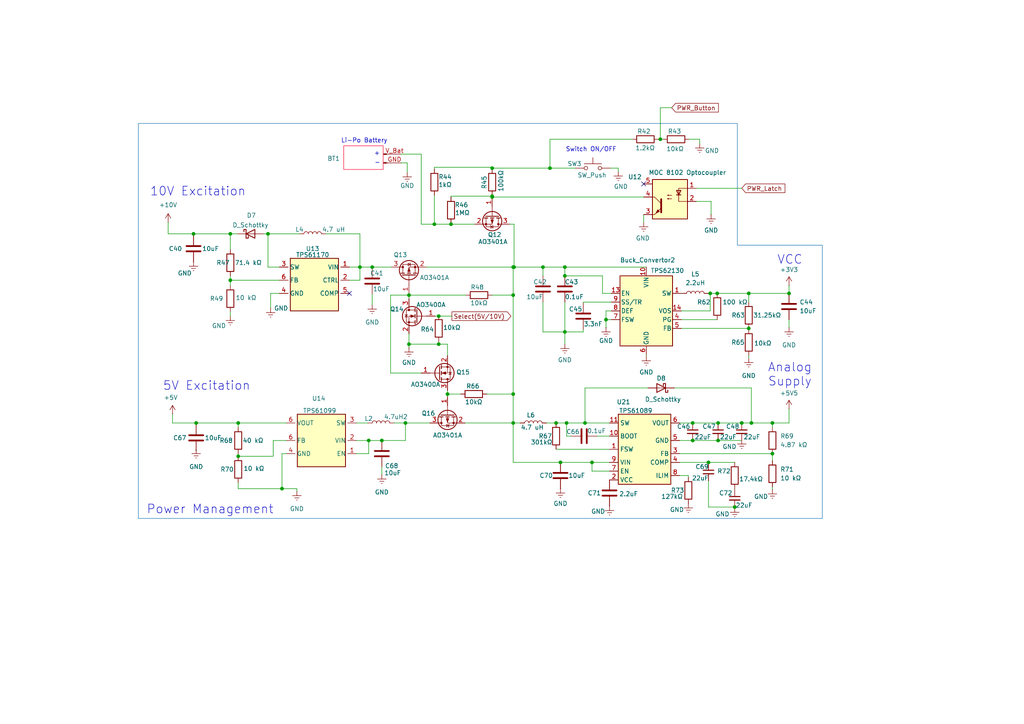
<source format=kicad_sch>
(kicad_sch (version 20250114) (generator "eeschema") (generator_version "9.0")
  (paper "A4")
  (lib_symbols
    (symbol "Connector:Conn_01x02_Pin" (pin_names (offset 1.016) (hide yes))
      (property "Reference" "Connector" (at 0.635 5.588 0))
      (property "Value" "BT1" (at 0.635 3.048 0))
      (symbol "Conn_01x02_Pin_1_1"
        (rectangle (start 0.8636 0.127) (end 0 -0.127) (stroke (width 0.1524)) (fill (type outline)))
        (rectangle (start 0.8636 -2.413) (end 0 -2.667) (stroke (width 0.1524)) (fill (type outline)))
        (polyline (pts (xy 1.27 0) (xy 0.8636 0)) (stroke (width 0.1524)))
        (polyline (pts (xy 1.27 -2.54) (xy 0.8636 -2.54)) (stroke (width 0.1524)))
        (pin passive line (at 5.08 0 180) (length 3.81) (name "Pin_1") (number "V_Bat"))
        (pin passive line (at 5.08 -2.54 180) (length 3.81) (name "Pin_2") (number "GND"))
      )
    )
    (symbol "Device:C" (pin_numbers (hide yes)) (pin_names (offset 0.254))
      (property "Reference" "C" (at 0.635 2.54 0))
      (property "Value" "C" (at 0.635 -2.54 0))
      (symbol "C_0_1"
        (polyline (pts (xy -2.032 0.762) (xy 2.032 0.762)) (stroke (width 0.508)))
        (polyline (pts (xy -2.032 -0.762) (xy 2.032 -0.762)) (stroke (width 0.508)))
      )
      (symbol "C_1_1"
        (pin passive line (at 0 3.81 270) (length 2.794) (name "~") (number "1"))
        (pin passive line (at 0 -3.81 90) (length 2.794) (name "~") (number "2"))
      )
    )
    (symbol "Device:C_Small" (pin_numbers (hide yes)) (pin_names (offset 0.254) (hide yes))
      (property "Reference" "C" (at 0.254 1.778 0))
      (property "Value" "C_Small" (at 0.254 -2.032 0))
      (symbol "C_Small_0_1"
        (polyline (pts (xy -1.524 0.508) (xy 1.524 0.508)) (stroke (width 0.3048)))
        (polyline (pts (xy -1.524 -0.508) (xy 1.524 -0.508)) (stroke (width 0.3302)))
      )
      (symbol "C_Small_1_1"
        (pin passive line (at 0 2.54 270) (length 2.032) (name "~") (number "1"))
        (pin passive line (at 0 -2.54 90) (length 2.032) (name "~") (number "2"))
      )
    )
    (symbol "Device:D_Schottky" (pin_numbers (hide yes)) (pin_names (offset 1.016) (hide yes))
      (property "Reference" "D" (at 0 2.54 0))
      (property "Value" "D_Schottky" (at 0 -2.54 0))
      (symbol "D_Schottky_0_1"
        (polyline (pts (xy -1.905 0.635) (xy -1.905 1.27) (xy -1.27 1.27) (xy -1.27 -1.27) (xy -0.635 -1.27) (xy -0.635 -0.635)) (stroke (width 0.254)))
        (polyline (pts (xy 1.27 1.27) (xy 1.27 -1.27) (xy -1.27 0) (xy 1.27 1.27)) (stroke (width 0.254)))
        (polyline (pts (xy 1.27 0) (xy -1.27 0)))
      )
      (symbol "D_Schottky_1_1"
        (pin passive line (at -3.81 0 0) (length 2.54) (name "K") (number "1"))
        (pin passive line (at 3.81 0 180) (length 2.54) (name "A") (number "2"))
      )
    )
    (symbol "Device:L" (pin_numbers (hide yes)) (pin_names (offset 1.016) (hide yes))
      (property "Reference" "L" (at -1.27 0 90))
      (property "Value" "L" (at 1.905 0 90))
      (symbol "L_0_1"
        (arc (start 0 2.54) (mid 0.6323 1.905) (end 0 1.27))
        (arc (start 0 1.27) (mid 0.6323 0.635) (end 0 0))
        (arc (start 0 0) (mid 0.6323 -0.635) (end 0 -1.27))
        (arc (start 0 -1.27) (mid 0.6323 -1.905) (end 0 -2.54))
      )
      (symbol "L_1_1"
        (pin passive line (at 0 3.81 270) (length 1.27) (name "1") (number "1"))
        (pin passive line (at 0 -3.81 90) (length 1.27) (name "2") (number "2"))
      )
    )
    (symbol "Device:R" (pin_numbers (hide yes)) (pin_names (offset 0))
      (property "Reference" "R" (at 2.032 0 90))
      (property "Value" "R" (at 0 0 90))
      (symbol "R_0_1"
        (rectangle (start -1.016 -2.54) (end 1.016 2.54) (stroke (width 0.254)))
      )
      (symbol "R_1_1"
        (pin passive line (at 0 3.81 270) (length 1.27) (name "~") (number "1"))
        (pin passive line (at 0 -3.81 90) (length 1.27) (name "~") (number "2"))
      )
    )
    (symbol "Driver_LED:TPS61165DBV"
      (property "Reference" "U1" (at 0 12.446 0))
      (property "Value" "TPS61170" (at 0 9.906 0))
      (symbol "TPS61165DBV_1_1"
        (rectangle (start -6.985 7.62) (end 6.985 -7.62) (stroke (width 0.254)) (fill (type background)))
        (pin power_in line (at -10.16 5.08 0) (length 2.54) (name "VIN") (number "1"))
        (pin input line (at -10.16 1.27 0) (length 2.54) (name "CTRL") (number "2"))
        (pin output line (at -10.16 -2.54 0) (length 2.54) (name "COMP") (number "5"))
        (pin power_out line (at 10.16 5.08 180) (length 2.54) (name "SW") (number "3"))
        (pin input line (at 10.16 1.27 180) (length 2.54) (name "FB") (number "6"))
        (pin power_in line (at 10.16 -2.54 180) (length 2.54) (name "GND") (number "4"))
      )
    )
    (symbol "Isolator:Optocoupler_DC_PhotoNPN_AKEC"
      (property "Reference" "U1" (at 0 9.144 0))
      (property "Value" "Optocoupler_DC_PhotoNPN_AKEC" (at 0 6.604 0))
      (symbol "Optocoupler_DC_PhotoNPN_AKEC_0_1"
        (rectangle (start -5.08 5.08) (end 5.08 -6.35) (stroke (width 0.254)) (fill (type background)))
        (polyline (pts (xy -5.08 2.54) (xy -2.54 2.54) (xy -2.54 -1.27) (xy -2.54 0.635)))
        (polyline (pts (xy -3.175 0.635) (xy -1.905 0.635)) (stroke (width 0.254)))
        (polyline (pts (xy -2.54 0.635) (xy -2.54 -1.27) (xy -5.08 -1.27)))
        (polyline (pts (xy -2.54 0.635) (xy -3.175 1.905) (xy -1.905 1.905) (xy -2.54 0.635)) (stroke (width 0.254)))
        (polyline (pts (xy -0.508 0.508) (xy 0.762 0.508) (xy 0.381 0.381) (xy 0.381 0.635) (xy 0.762 0.508)))
        (polyline (pts (xy -0.508 -0.508) (xy 0.762 -0.508) (xy 0.381 -0.635) (xy 0.381 -0.381) (xy 0.762 -0.508)))
        (polyline (pts (xy 2.54 -0.635) (xy 2.54 -4.445)) (stroke (width 0.508)))
        (polyline (pts (xy 2.54 -1.905) (xy 4.445 0)))
        (polyline (pts (xy 3.048 -4.191) (xy 3.556 -3.683) (xy 4.064 -4.699) (xy 3.048 -4.191)) (fill (type outline)))
        (polyline (pts (xy 4.445 0) (xy 5.08 0)))
        (polyline (pts (xy 4.445 -5.08) (xy 2.54 -3.175)) (fill (type outline)))
        (polyline (pts (xy 4.445 -5.08) (xy 5.08 -5.08)))
      )
      (symbol "Optocoupler_DC_PhotoNPN_AKEC_1_1"
        (pin passive line (at -7.62 2.54 0) (length 2.54) (name "~") (number "1"))
        (pin passive line (at -7.62 -1.27 0) (length 2.54) (name "~") (number "2"))
        (pin passive line (at 7.62 3.81 180) (length 2.54) (name "~") (number "5"))
        (pin passive line (at 7.62 0 180) (length 2.54) (name "~") (number "4"))
        (pin passive line (at 7.62 -5.08 180) (length 2.54) (name "~") (number "3"))
      )
    )
    (symbol "Regulator_Switching:TPS61089"
      (property "Reference" "U12" (at -6.096 13.716 0))
      (property "Value" "TPS61089" (at -2.54 11.176 0))
      (symbol "TPS61089_0_1"
        (rectangle (start -7.62 10.16) (end 7.62 -10.16) (stroke (width 0.254)) (fill (type background)))
      )
      (symbol "TPS61089_1_1"
        (pin input line (at -10.16 7.62 0) (length 2.54) (name "SW") (number "11"))
        (pin passive line (at -10.16 3.81 0) (length 2.54) (name "BOOT") (number "10"))
        (pin passive line (at -10.16 0 0) (length 2.54) (name "FSW") (number "1"))
        (pin power_in line (at -10.16 -3.81 0) (length 2.54) (name "VIN") (number "9"))
        (pin input line (at -10.16 -6.35 0) (length 2.54) (name "EN") (number "7"))
        (pin passive line (at -10.16 -8.89 0) (length 2.54) (name "VCC") (number "2"))
        (pin power_out line (at 10.16 7.62 180) (length 2.54) (name "VOUT") (number "6"))
        (pin power_in line (at 10.16 2.54 180) (length 2.54) (name "GND") (number "5"))
        (pin input line (at 10.16 -1.27 180) (length 2.54) (name "FB") (number "3"))
        (pin passive line (at 10.16 -3.81 180) (length 2.54) (name "COMP") (number "4"))
        (pin passive line (at 10.16 -7.62 180) (length 2.54) (name "ILIM") (number "8"))
      )
    )
    (symbol "Regulator_Switching:TPS62130" (pin_names (offset 0.254))
      (property "Reference" "U" (at 3.81 13.97 0))
      (property "Value" "TPS62130" (at 3.81 11.43 0))
      (symbol "TPS62130_0_1"
        (rectangle (start -7.62 10.16) (end 7.62 -10.16) (stroke (width 0.254)) (fill (type background)))
      )
      (symbol "TPS62130_1_1"
        (pin input line (at -10.16 5.08 0) (length 2.54) (name "EN") (number "13"))
        (pin input line (at -10.16 2.54 0) (length 2.54) (name "SS/TR") (number "9"))
        (pin input line (at -10.16 0 0) (length 2.54) (name "DEF") (number "8"))
        (pin input line (at -10.16 -2.54 0) (length 2.54) (name "FSW") (number "7"))
        (pin power_in line (at 0 12.7 270) (length 2.54) (name "VIN") (number "10"))
        (pin passive line (at 0 12.7 270) (length 2.54) (hide yes) (name "VIN") (number "11"))
        (pin passive line (at 0 12.7 270) (length 2.54) (hide yes) (name "VIN") (number "12"))
        (pin passive line (at 0 -12.7 90) (length 2.54) (hide yes) (name "GND") (number "15"))
        (pin passive line (at 0 -12.7 90) (length 2.54) (hide yes) (name "GND") (number "16"))
        (pin passive line (at 0 -12.7 90) (length 2.54) (hide yes) (name "GND") (number "17"))
        (pin power_in line (at 0 -12.7 90) (length 2.54) (name "GND") (number "6"))
        (pin output line (at 10.16 5.08 180) (length 2.54) (name "SW") (number "1"))
        (pin passive line (at 10.16 5.08 180) (length 2.54) (hide yes) (name "SW") (number "2"))
        (pin passive line (at 10.16 5.08 180) (length 2.54) (hide yes) (name "SW") (number "3"))
        (pin input line (at 10.16 0 180) (length 2.54) (name "VOS") (number "14"))
        (pin open_collector line (at 10.16 -2.54 180) (length 2.54) (name "PG") (number "4"))
        (pin input line (at 10.16 -5.08 180) (length 2.54) (name "FB") (number "5"))
      )
    )
    (symbol "Switch:SW_Push" (pin_numbers (hide yes)) (pin_names (offset 1.016) (hide yes))
      (property "Reference" "SW" (at 1.27 2.54 0))
      (property "Value" "SW_Push" (at 0 -1.524 0))
      (symbol "SW_Push_0_1"
        (circle (center -2.032 0) (radius 0.508))
        (polyline (pts (xy 0 1.27) (xy 0 3.048)))
        (circle (center 2.032 0) (radius 0.508))
        (polyline (pts (xy 2.54 1.27) (xy -2.54 1.27)))
        (pin passive line (at -5.08 0 0) (length 2.54) (name "1") (number "1"))
        (pin passive line (at 5.08 0 180) (length 2.54) (name "2") (number "2"))
      )
    )
    (symbol "TPS61165DBV_1"
      (property "Reference" "U3" (at 0.508 10.414 0))
      (property "Value" "TPS61099" (at 0.508 8.636 0))
      (symbol "TPS61165DBV_1_1_1"
        (rectangle (start -6.985 7.62) (end 6.985 -7.62) (stroke (width 0.254)) (fill (type background)))
        (pin power_out line (at -10.16 5.08 0) (length 2.54) (name "SW") (number "3"))
        (pin power_in line (at -10.16 0 0) (length 2.54) (name "VIN") (number "2"))
        (pin input line (at -10.16 -3.81 0) (length 2.54) (name "EN") (number "1"))
        (pin power_out line (at 10.16 5.08 180) (length 2.54) (name "VOUT") (number "6"))
        (pin input line (at 10.16 0 180) (length 2.54) (name "FB") (number "6"))
        (pin power_in line (at 10.16 -3.81 180) (length 2.54) (name "GND") (number "4"))
      )
    )
    (symbol "Transistor_FET:AO3400A" (pin_names (offset 0) (hide yes))
      (property "Reference" "Q" (at 5.08 1.905 0))
      (property "Value" "AO3400A" (at 5.08 0 0))
      (symbol "AO3400A_0_1"
        (polyline (pts (xy 0.254 1.905) (xy 0.254 -1.905)) (stroke (width 0.254)))
        (polyline (pts (xy 0.254 0) (xy -2.54 0)))
        (polyline (pts (xy 0.762 2.286) (xy 0.762 1.27)) (stroke (width 0.254)))
        (polyline (pts (xy 0.762 0.508) (xy 0.762 -0.508)) (stroke (width 0.254)))
        (polyline (pts (xy 0.762 -1.27) (xy 0.762 -2.286)) (stroke (width 0.254)))
        (polyline (pts (xy 0.762 -1.778) (xy 3.302 -1.778) (xy 3.302 1.778) (xy 0.762 1.778)))
        (polyline (pts (xy 1.016 0) (xy 2.032 0.381) (xy 2.032 -0.381) (xy 1.016 0)) (fill (type outline)))
        (circle (center 1.651 0) (radius 2.794) (stroke (width 0.254)))
        (polyline (pts (xy 2.54 2.54) (xy 2.54 1.778)))
        (circle (center 2.54 1.778) (radius 0.254) (fill (type outline)))
        (circle (center 2.54 -1.778) (radius 0.254) (fill (type outline)))
        (polyline (pts (xy 2.54 -2.54) (xy 2.54 0) (xy 0.762 0)))
        (polyline (pts (xy 2.921 0.381) (xy 3.683 0.381)))
        (polyline (pts (xy 3.302 0.381) (xy 2.921 -0.254) (xy 3.683 -0.254) (xy 3.302 0.381)))
      )
      (symbol "AO3400A_1_1"
        (pin input line (at -5.08 0 0) (length 2.54) (name "G") (number "1"))
        (pin passive line (at 2.54 5.08 270) (length 2.54) (name "D") (number "3"))
        (pin passive line (at 2.54 -5.08 90) (length 2.54) (name "S") (number "2"))
      )
    )
    (symbol "Transistor_FET:AO3401A" (pin_names (hide yes))
      (property "Reference" "Q" (at 5.08 1.905 0))
      (property "Value" "AO3401A" (at 5.08 0 0))
      (symbol "AO3401A_0_1"
        (polyline (pts (xy 0.254 1.905) (xy 0.254 -1.905)) (stroke (width 0.254)))
        (polyline (pts (xy 0.254 0) (xy -2.54 0)))
        (polyline (pts (xy 0.762 2.286) (xy 0.762 1.27)) (stroke (width 0.254)))
        (polyline (pts (xy 0.762 1.778) (xy 3.302 1.778) (xy 3.302 -1.778) (xy 0.762 -1.778)))
        (polyline (pts (xy 0.762 0.508) (xy 0.762 -0.508)) (stroke (width 0.254)))
        (polyline (pts (xy 0.762 -1.27) (xy 0.762 -2.286)) (stroke (width 0.254)))
        (circle (center 1.651 0) (radius 2.794) (stroke (width 0.254)))
        (polyline (pts (xy 2.286 0) (xy 1.27 0.381) (xy 1.27 -0.381) (xy 2.286 0)) (fill (type outline)))
        (polyline (pts (xy 2.54 2.54) (xy 2.54 1.778)))
        (circle (center 2.54 1.778) (radius 0.254) (fill (type outline)))
        (circle (center 2.54 -1.778) (radius 0.254) (fill (type outline)))
        (polyline (pts (xy 2.54 -2.54) (xy 2.54 0) (xy 0.762 0)))
        (polyline (pts (xy 2.794 -0.508) (xy 2.921 -0.381) (xy 3.683 -0.381) (xy 3.81 -0.254)))
        (polyline (pts (xy 3.302 -0.381) (xy 2.921 0.254) (xy 3.683 0.254) (xy 3.302 -0.381)))
      )
      (symbol "AO3401A_1_1"
        (pin input line (at -5.08 0 0) (length 2.54) (name "G") (number "1"))
        (pin passive line (at 2.54 5.08 270) (length 2.54) (name "D") (number "3"))
        (pin passive line (at 2.54 -5.08 90) (length 2.54) (name "S") (number "2"))
      )
    )
    (symbol "power:+10V" (power) (pin_numbers (hide yes)) (pin_names (offset 0) (hide yes))
      (property "Value" "+10V" (at 0 3.556 0))
      (symbol "+10V_0_1"
        (polyline (pts (xy -0.762 1.27) (xy 0 2.54)))
        (polyline (pts (xy 0 2.54) (xy 0.762 1.27)))
        (polyline (pts (xy 0 0) (xy 0 2.54)))
      )
      (symbol "+10V_1_1"
        (pin power_in line (at 0 0 90) (length 0) (name "~") (number "1"))
      )
    )
    (symbol "power:+3V3" (power) (pin_numbers (hide yes)) (pin_names (offset 0) (hide yes))
      (property "Value" "+3V3" (at 0 3.556 0))
      (symbol "+3V3_0_1"
        (polyline (pts (xy -0.762 1.27) (xy 0 2.54)))
        (polyline (pts (xy 0 2.54) (xy 0.762 1.27)))
        (polyline (pts (xy 0 0) (xy 0 2.54)))
      )
      (symbol "+3V3_1_1"
        (pin power_in line (at 0 0 90) (length 0) (name "~") (number "1"))
      )
    )
    (symbol "power:+5V" (power) (pin_numbers (hide yes)) (pin_names (offset 0) (hide yes))
      (property "Value" "+5V" (at 0 3.556 0))
      (symbol "+5V_0_1"
        (polyline (pts (xy -0.762 1.27) (xy 0 2.54)))
        (polyline (pts (xy 0 2.54) (xy 0.762 1.27)))
        (polyline (pts (xy 0 0) (xy 0 2.54)))
      )
      (symbol "+5V_1_1"
        (pin power_in line (at 0 0 90) (length 0) (name "~") (number "1"))
      )
    )
    (symbol "power:GNDREF" (power) (pin_numbers (hide yes)) (pin_names (offset 0) (hide yes))
      (property "Value" "GNDREF" (at 0 -3.81 0))
      (symbol "GNDREF_0_1"
        (polyline (pts (xy -0.635 -1.905) (xy 0.635 -1.905)))
        (polyline (pts (xy -0.127 -2.54) (xy 0.127 -2.54)))
        (polyline (pts (xy 0 -1.27) (xy 0 0)))
        (polyline (pts (xy 1.27 -1.27) (xy -1.27 -1.27)))
      )
      (symbol "GNDREF_1_1"
        (pin power_in line (at 0 0 270) (length 0) (name "~") (number "1"))
      )
    )
  )
  (text "-" (at 109.474 47.244 0) (effects (font (size 1.27 1.27))))
  (text "Li-Po Battery\n" (at 105.664 40.894 0) (effects (font (size 1.27 1.27))))
  (text "Analog\nSupply\n" (at 229.108 108.712 0) (effects (font (size 2.54 2.54))))
  (text "VCC\n" (at 229.108 75.438 0) (effects (font (size 2.54 2.54))))
  (text "+" (at 109.347 44.577 0) (effects (font (size 1.27 1.27))))
  (text "Power Management" (at 60.96 147.828 0) (effects (font (size 2.54 2.54))))
  (text "10V Excitation" (at 57.404 55.626 0) (effects (font (size 2.54 2.54))))
  (text "Switch ON/OFF\n" (at 171.45 43.434 0) (effects (font (size 1.27 1.27))))
  (text "5V Excitation\n" (at 59.944 112.014 0) (effects (font (size 2.54 2.54))))
  (text_box "" (at 99.695 49.149 0) (size 11.43 -6.858) (margins 0.9525 0.9525 0.9525 0.9525) (stroke (width 0) (color 255 18 58 1)) (effects (font (size 1.27 1.27)) (justify left top)))
  (junction (at 228.854 85.09))
  (junction (at 129.794 114.3))
  (junction (at 104.394 77.47))
  (junction (at 66.802 81.28))
  (junction (at 205.994 85.09))
  (junction (at 106.934 127.762))
  (junction (at 208.026 85.09))
  (junction (at 217.17 95.25))
  (junction (at 215.138 122.682))
  (junction (at 142.748 57.15))
  (junction (at 169.672 122.682))
  (junction (at 148.844 77.47))
  (junction (at 142.748 48.768))
  (junction (at 125.984 65.024))
  (junction (at 69.088 132.334))
  (junction (at 107.95 77.47))
  (junction (at 56.896 122.682))
  (junction (at 163.83 77.47))
  (junction (at 162.56 134.112))
  (junction (at 81.788 141.732))
  (junction (at 110.744 127.762))
  (junction (at 157.48 77.47))
  (junction (at 69.088 122.682))
  (junction (at 118.618 85.598))
  (junction (at 149.098 77.47))
  (junction (at 66.802 67.818))
  (junction (at 191.516 40.386))
  (junction (at 127.254 99.822))
  (junction (at 117.602 122.682))
  (junction (at 163.83 96.266))
  (junction (at 148.844 114.3))
  (junction (at 127.254 91.694))
  (junction (at 142.748 56.896))
  (junction (at 148.844 85.598))
  (junction (at 175.768 92.71))
  (junction (at 200.914 127.762))
  (junction (at 130.81 65.024))
  (junction (at 205.486 134.112))
  (junction (at 224.028 131.572))
  (junction (at 163.83 80.01))
  (junction (at 224.028 122.682))
  (junction (at 56.134 67.818))
  (junction (at 118.618 99.822))
  (junction (at 148.844 122.682))
  (junction (at 213.106 147.066))
  (junction (at 161.29 122.682))
  (junction (at 208.28 127.762))
  (junction (at 217.932 122.682))
  (junction (at 200.914 122.682))
  (junction (at 159.512 48.768))
  (junction (at 171.704 134.112))
  (junction (at 208.28 122.682))
  (junction (at 164.338 122.682))
  (junction (at 77.724 67.818))
  (junction (at 217.17 85.09))
  (no_connect (at 101.346 85.09))
  (no_connect (at 186.69 53.34))
  (wire (pts (xy 171.704 134.112) (xy 176.784 134.112)))
  (wire (pts (xy 197.612 92.71) (xy 208.026 92.71)))
  (wire (pts (xy 66.802 80.01) (xy 66.802 81.28)))
  (wire (pts (xy 165.608 126.492) (xy 164.338 126.492)))
  (wire (pts (xy 163.83 77.47) (xy 187.452 77.47)))
  (wire (pts (xy 205.486 85.09) (xy 205.994 85.09)))
  (wire (pts (xy 66.802 91.694) (xy 66.802 90.424)))
  (wire (pts (xy 118.618 85.598) (xy 118.618 86.614)))
  (wire (pts (xy 77.724 67.818) (xy 77.724 77.47)))
  (wire (pts (xy 228.854 118.618) (xy 228.854 122.682)))
  (wire (pts (xy 66.802 67.818) (xy 66.802 72.39)))
  (wire (pts (xy 148.844 85.598) (xy 148.844 114.3)))
  (wire (pts (xy 130.81 64.77) (xy 130.81 65.024)))
  (wire (pts (xy 69.088 141.732) (xy 81.788 141.732)))
  (wire (pts (xy 228.854 85.09) (xy 228.854 82.804)))
  (wire (pts (xy 107.95 77.724) (xy 107.95 77.47)))
  (wire (pts (xy 148.844 122.682) (xy 150.876 122.682)))
  (wire (pts (xy 50.038 122.682) (xy 56.896 122.682)))
  (wire (pts (xy 163.83 77.47) (xy 163.83 80.01)))
  (wire (pts (xy 195.58 112.522) (xy 217.932 112.522)))
  (wire (pts (xy 147.828 65.024) (xy 149.098 65.024)))
  (wire (pts (xy 197.104 134.112) (xy 205.486 134.112)))
  (wire (pts (xy 106.934 127.762) (xy 103.378 127.762)))
  (wire (pts (xy 77.724 77.47) (xy 81.026 77.47)))
  (wire (pts (xy 217.17 85.09) (xy 217.17 87.63)))
  (wire (pts (xy 118.618 85.598) (xy 135.128 85.598)))
  (wire (pts (xy 107.95 77.47) (xy 104.394 77.47)))
  (wire (pts (xy 104.394 77.47) (xy 101.346 77.47)))
  (wire (pts (xy 118.11 47.244) (xy 118.11 50.038)))
  (wire (pts (xy 114.3 122.682) (xy 117.602 122.682)))
  (wire (pts (xy 106.934 131.572) (xy 103.378 131.572)))
  (wire (pts (xy 162.56 134.112) (xy 171.704 134.112)))
  (wire (pts (xy 183.388 40.386) (xy 159.512 40.386)))
  (wire (pts (xy 177.292 90.17) (xy 175.768 90.17)))
  (wire (pts (xy 148.844 134.112) (xy 162.56 134.112)))
  (wire (pts (xy 148.844 114.3) (xy 148.844 122.682)))
  (wire (pts (xy 79.248 127.762) (xy 83.058 127.762)))
  (wire (pts (xy 127.254 91.44) (xy 127.254 91.694)))
  (wire (pts (xy 202.946 40.386) (xy 199.898 40.386)))
  (wire (pts (xy 137.668 65.024) (xy 130.81 65.024)))
  (wire (pts (xy 164.338 122.682) (xy 164.338 126.492)))
  (wire (pts (xy 228.854 92.71) (xy 228.854 94.996)))
  (wire (pts (xy 86.106 141.732) (xy 81.788 141.732)))
  (wire (pts (xy 122.174 65.024) (xy 125.984 65.024)))
  (wire (pts (xy 81.026 81.28) (xy 66.802 81.28)))
  (wire (pts (xy 148.844 77.47) (xy 148.844 85.598)))
  (wire (pts (xy 171.704 136.652) (xy 176.784 136.652)))
  (wire (pts (xy 142.748 56.896) (xy 142.748 56.642)))
  (wire (pts (xy 129.794 113.284) (xy 129.794 114.3)))
  (wire (pts (xy 169.672 122.682) (xy 176.784 122.682)))
  (wire (pts (xy 149.098 77.47) (xy 148.844 77.47)))
  (wire (pts (xy 56.896 122.682) (xy 56.896 123.19)))
  (wire (pts (xy 205.486 147.066) (xy 213.106 147.066)))
  (wire (pts (xy 122.174 65.024) (xy 122.174 44.704)))
  (wire (pts (xy 117.602 122.682) (xy 117.602 127.762)))
  (wire (pts (xy 157.48 77.47) (xy 157.48 80.01)))
  (wire (pts (xy 69.088 122.682) (xy 83.058 122.682)))
  (wire (pts (xy 201.93 54.61) (xy 215.138 54.61)))
  (wire (pts (xy 106.934 127.762) (xy 106.934 131.572)))
  (wire (pts (xy 161.29 122.682) (xy 164.338 122.682)))
  (wire (pts (xy 83.058 131.572) (xy 81.788 131.572)))
  (wire (pts (xy 208.28 127.762) (xy 215.138 127.762)))
  (wire (pts (xy 117.602 122.682) (xy 124.714 122.682)))
  (wire (pts (xy 86.106 142.494) (xy 86.106 141.732)))
  (wire (pts (xy 127.254 91.694) (xy 126.238 91.694)))
  (wire (pts (xy 110.744 127.762) (xy 117.602 127.762)))
  (wire (pts (xy 79.248 132.334) (xy 69.088 132.334)))
  (wire (pts (xy 142.748 57.15) (xy 186.69 57.15)))
  (wire (pts (xy 122.174 108.204) (xy 113.284 108.204)))
  (wire (pts (xy 161.29 130.302) (xy 176.784 130.302)))
  (wire (pts (xy 187.96 112.522) (xy 169.672 112.522)))
  (wire (pts (xy 169.164 87.884) (xy 169.164 87.63)))
  (wire (pts (xy 50.038 122.682) (xy 50.038 120.142)))
  (wire (pts (xy 191.008 40.386) (xy 191.516 40.386)))
  (wire (pts (xy 177.292 92.71) (xy 175.768 92.71)))
  (wire (pts (xy 224.028 131.572) (xy 224.028 133.604)))
  (wire (pts (xy 205.486 134.112) (xy 213.106 134.112)))
  (wire (pts (xy 205.994 90.17) (xy 197.612 90.17)))
  (wire (pts (xy 66.802 67.818) (xy 56.134 67.818)))
  (wire (pts (xy 157.48 87.63) (xy 157.48 96.266)))
  (wire (pts (xy 217.17 85.09) (xy 228.854 85.09)))
  (wire (pts (xy 142.748 48.768) (xy 142.748 48.514)))
  (wire (pts (xy 129.794 114.3) (xy 129.794 115.062)))
  (wire (pts (xy 197.104 127.762) (xy 200.914 127.762)))
  (wire (pts (xy 48.768 67.818) (xy 48.768 64.516)))
  (wire (pts (xy 163.83 96.266) (xy 169.164 96.266)))
  (wire (pts (xy 157.48 77.47) (xy 163.83 77.47)))
  (wire (pts (xy 134.874 122.682) (xy 148.844 122.682)))
  (wire (pts (xy 159.512 40.386) (xy 159.512 48.768)))
  (wire (pts (xy 177.292 85.09) (xy 174.752 85.09)))
  (wire (pts (xy 194.818 31.242) (xy 191.516 31.242)))
  (wire (pts (xy 202.946 41.656) (xy 202.946 40.386)))
  (wire (pts (xy 127.254 99.822) (xy 127.254 99.06)))
  (wire (pts (xy 107.95 88.392) (xy 107.95 85.344)))
  (wire (pts (xy 217.932 122.682) (xy 224.028 122.682)))
  (wire (pts (xy 129.794 99.822) (xy 127.254 99.822)))
  (wire (pts (xy 179.324 48.768) (xy 179.324 49.784)))
  (wire (pts (xy 169.672 112.522) (xy 169.672 122.682)))
  (wire (pts (xy 159.512 48.768) (xy 166.878 48.768)))
  (wire (pts (xy 104.394 77.47) (xy 104.394 81.28)))
  (wire (pts (xy 78.486 85.09) (xy 78.486 89.408)))
  (wire (pts (xy 197.104 122.682) (xy 200.914 122.682)))
  (wire (pts (xy 199.644 138.43) (xy 199.644 137.922)))
  (wire (pts (xy 141.224 114.3) (xy 148.844 114.3)))
  (wire (pts (xy 118.618 96.774) (xy 118.618 99.822)))
  (wire (pts (xy 130.81 57.15) (xy 130.81 56.896)))
  (wire (pts (xy 173.228 126.492) (xy 176.784 126.492)))
  (wire (pts (xy 149.098 65.024) (xy 149.098 77.47)))
  (wire (pts (xy 104.394 81.28) (xy 101.346 81.28)))
  (wire (pts (xy 200.914 127.762) (xy 208.28 127.762)))
  (wire (pts (xy 175.768 90.17) (xy 175.768 92.71)))
  (wire (pts (xy 224.028 141.986) (xy 224.028 141.224)))
  (wire (pts (xy 215.138 122.682) (xy 217.932 122.682)))
  (wire (pts (xy 213.106 147.066) (xy 213.106 147.32)))
  (wire (pts (xy 187.452 102.87) (xy 187.452 103.378)))
  (wire (pts (xy 205.486 134.112) (xy 205.486 134.366)))
  (wire (pts (xy 164.338 122.682) (xy 169.672 122.682)))
  (wire (pts (xy 69.088 139.954) (xy 69.088 141.732)))
  (wire (pts (xy 217.17 95.504) (xy 217.17 95.25)))
  (wire (pts (xy 107.95 77.47) (xy 113.538 77.47)))
  (wire (pts (xy 175.768 92.71) (xy 175.768 94.996)))
  (wire (pts (xy 208.026 85.09) (xy 217.17 85.09)))
  (wire (pts (xy 191.516 31.242) (xy 191.516 40.386)))
  (wire (pts (xy 148.844 122.682) (xy 148.844 134.112)))
  (wire (pts (xy 142.748 85.598) (xy 148.844 85.598)))
  (wire (pts (xy 205.994 85.09) (xy 208.026 85.09)))
  (wire (pts (xy 186.69 62.23) (xy 186.69 64.516)))
  (wire (pts (xy 213.106 141.732) (xy 213.106 141.986)))
  (wire (pts (xy 110.744 135.382) (xy 110.744 137.668)))
  (wire (pts (xy 142.748 57.15) (xy 142.748 57.404)))
  (wire (pts (xy 205.486 139.446) (xy 205.486 147.066)))
  (wire (pts (xy 86.868 67.818) (xy 77.724 67.818)))
  (wire (pts (xy 169.164 87.63) (xy 177.292 87.63)))
  (wire (pts (xy 197.612 95.25) (xy 217.17 95.25)))
  (wire (pts (xy 149.098 77.47) (xy 157.48 77.47)))
  (wire (pts (xy 199.644 137.922) (xy 197.104 137.922)))
  (wire (pts (xy 163.83 87.63) (xy 163.83 96.266)))
  (wire (pts (xy 224.028 122.682) (xy 224.028 123.952)))
  (wire (pts (xy 174.752 85.09) (xy 174.752 80.01)))
  (wire (pts (xy 104.394 67.818) (xy 94.488 67.818)))
  (wire (pts (xy 69.088 132.334) (xy 69.088 131.572)))
  (wire (pts (xy 116.332 44.704) (xy 122.174 44.704)))
  (wire (pts (xy 56.134 68.326) (xy 56.134 67.818)))
  (wire (pts (xy 200.914 122.682) (xy 208.28 122.682)))
  (wire (pts (xy 205.994 85.09) (xy 205.994 90.17)))
  (wire (pts (xy 116.332 47.244) (xy 118.11 47.244)))
  (wire (pts (xy 79.248 132.334) (xy 79.248 127.762)))
  (wire (pts (xy 217.932 112.522) (xy 217.932 122.682)))
  (wire (pts (xy 157.48 96.266) (xy 163.83 96.266)))
  (wire (pts (xy 171.704 136.652) (xy 171.704 134.112)))
  (wire (pts (xy 106.68 122.682) (xy 103.378 122.682)))
  (wire (pts (xy 125.984 56.642) (xy 125.984 65.024)))
  (wire (pts (xy 177.038 48.768) (xy 179.324 48.768)))
  (wire (pts (xy 118.618 99.822) (xy 127.254 99.822)))
  (wire (pts (xy 125.984 49.022) (xy 125.984 48.514)))
  (wire (pts (xy 197.104 131.572) (xy 224.028 131.572)))
  (wire (pts (xy 142.748 48.768) (xy 142.748 49.022)))
  (wire (pts (xy 163.83 80.01) (xy 174.752 80.01)))
  (wire (pts (xy 158.496 122.682) (xy 161.29 122.682)))
  (wire (pts (xy 56.896 122.682) (xy 69.088 122.682)))
  (wire (pts (xy 125.984 48.514) (xy 142.748 48.514)))
  (wire (pts (xy 68.834 67.818) (xy 66.802 67.818)))
  (wire (pts (xy 191.516 40.386) (xy 192.278 40.386)))
  (wire (pts (xy 123.698 77.47) (xy 148.844 77.47)))
  (wire (pts (xy 113.284 85.598) (xy 118.618 85.598)))
  (wire (pts (xy 127.254 91.694) (xy 131.064 91.694)))
  (wire (pts (xy 56.134 67.818) (xy 48.768 67.818)))
  (wire (pts (xy 197.612 85.09) (xy 197.866 85.09)))
  (wire (pts (xy 130.81 56.896) (xy 142.748 56.896)))
  (wire (pts (xy 104.394 77.47) (xy 104.394 67.818)))
  (wire (pts (xy 113.284 85.598) (xy 113.284 108.204)))
  (wire (pts (xy 133.604 114.3) (xy 129.794 114.3)))
  (wire (pts (xy 81.026 85.09) (xy 78.486 85.09)))
  (wire (pts (xy 217.17 103.124) (xy 217.17 103.886)))
  (wire (pts (xy 81.788 131.572) (xy 81.788 141.732)))
  (wire (pts (xy 142.748 57.15) (xy 142.748 56.896)))
  (wire (pts (xy 201.93 58.42) (xy 206.248 58.42)))
  (wire (pts (xy 206.248 58.42) (xy 206.248 62.23)))
  (wire (pts (xy 118.618 99.822) (xy 118.618 100.838)))
  (wire (pts (xy 208.28 122.682) (xy 215.138 122.682)))
  (wire (pts (xy 142.748 48.768) (xy 159.512 48.768)))
  (wire (pts (xy 118.618 85.598) (xy 118.618 85.09)))
  (wire (pts (xy 129.794 99.822) (xy 129.794 103.124)))
  (wire (pts (xy 125.984 65.024) (xy 130.81 65.024)))
  (wire (pts (xy 66.802 81.28) (xy 66.802 82.804)))
  (wire (pts (xy 163.83 96.266) (xy 163.83 99.822)))
  (wire (pts (xy 169.164 95.504) (xy 169.164 96.266)))
  (wire (pts (xy 110.744 127.762) (xy 106.934 127.762)))
  (wire (pts (xy 77.724 67.818) (xy 76.454 67.818)))
  (wire (pts (xy 56.896 130.302) (xy 56.896 130.81)))
  (wire (pts (xy 228.854 122.682) (xy 224.028 122.682)))
  (wire (pts (xy 69.088 122.682) (xy 69.088 123.952)))
  (global_label "Select(5V{slash}10V)" (shape output) (at 131.064 91.694 0) (property "Intersheetrefs" "${INTERSHEET_REFS}" (effects (hide yes))))
  (global_label "PWR_Latch" (shape input) (at 215.138 54.61 0) (property "Intersheetrefs" "${INTERSHEET_REFS}" (effects (hide yes))))
  (global_label "PWR_Button" (shape input) (at 194.818 31.242 0) (property "Intersheetrefs" "${INTERSHEET_REFS}" (effects (hide yes))))
  (rule_area (polyline (pts (xy 238.506 150.368) (xy 238.506 71.12) (xy 213.868 71.12) (xy 213.868 35.814) (xy 40.132 35.814) (xy 40.132 150.368)) (stroke (width 0) (color 33 122 182 1))))
  (symbol (lib_id "Device:C_Small") (at 213.106 144.526 0) (unit 1)
    (property "Reference" "C72" (at 208.534 143.002 0) (effects (justify left)))
    (property "Value" "22uF" (at 213.36 146.558 0) (effects (justify left)))
    (property "Description" "Unpolarized capacitor, small symbol" (effects (hide yes)))
  )
  (symbol (lib_id "Device:R") (at 130.81 60.96 0) (mirror x) (unit 1)
    (property "Reference" "R46" (at 133.858 59.436 0))
    (property "Value" "1MΩ" (at 134.112 61.722 0))
    (property "Description" "Resistor" (effects (hide yes)))
  )
  (symbol (lib_id "power:GNDREF") (at 175.768 94.996 0) (unit 1)
    (property "Reference" "#PWR0112" (effects (hide yes)))
    (property "Value" "GND" (at 175.768 98.806 0))
    (property "Description" "Power symbol creates a global label with name \"GNDREF\" , reference supply ground" (effects (hide yes)))
  )
  (symbol (lib_id "power:GNDREF") (at 202.946 41.656 0) (unit 1)
    (property "Reference" "#PWR0101" (effects (hide yes)))
    (property "Value" "GND" (at 206.502 43.688 0))
    (property "Description" "Power symbol creates a global label with name \"GNDREF\" , reference supply ground" (effects (hide yes)))
  )
  (symbol (lib_id "Device:C_Small") (at 215.138 125.222 0) (unit 1)
    (property "Reference" "C48" (at 210.566 123.698 0) (effects (justify left)))
    (property "Value" "22uF" (at 215.646 126.746 0) (effects (justify left)))
    (property "Description" "Unpolarized capacitor, small symbol" (effects (hide yes)))
  )
  (symbol (lib_id "power:GNDREF") (at 118.618 100.838 0) (mirror y) (unit 1)
    (property "Reference" "#PWR0115" (effects (hide yes)))
    (property "Value" "GND" (at 118.618 105.156 0))
    (property "Description" "Power symbol creates a global label with name \"GNDREF\" , reference supply ground" (effects (hide yes)))
  )
  (symbol (lib_id "Transistor_FET:AO3400A") (at 127.254 108.204 0) (mirror x) (unit 1)
    (property "Reference" "Q15" (at 132.334 107.95 0) (effects (justify left)))
    (property "Value" "AO3400A" (at 119.126 111.506 0) (effects (justify left)))
    (property "Footprint" "Package_TO_SOT_SMD:SOT-23" (effects (hide yes)))
    (property "Datasheet" "http://www.aosmd.com/pdfs/datasheet/AO3400A.pdf" (effects (hide yes)))
    (property "Description" "30V Vds, 5.7A Id, Logic-Level N-Channel MOSFET, SOT-23" (effects (hide yes)))
  )
  (symbol (lib_id "Device:C_Small") (at 208.28 125.222 0) (unit 1)
    (property "Reference" "C47" (at 203.708 123.698 0) (effects (justify left)))
    (property "Value" "22uF" (at 208.788 126.746 0) (effects (justify left)))
    (property "Description" "Unpolarized capacitor, small symbol" (effects (hide yes)))
  )
  (symbol (lib_id "power:GNDREF") (at 56.896 130.302 0) (mirror y) (unit 1)
    (property "Reference" "#PWR0121" (effects (hide yes)))
    (property "Value" "GND" (at 56.896 135.382 0))
    (property "Description" "Power symbol creates a global label with name \"GNDREF\" , reference supply ground" (effects (hide yes)))
  )
  (symbol (lib_id "Device:R") (at 213.106 137.922 0) (unit 1)
    (property "Reference" "R72" (at 208.026 136.652 0) (effects (justify left)))
    (property "Value" "17.4kΩ" (at 214.376 138.938 0) (effects (justify left)))
    (property "Description" "Resistor" (effects (hide yes)))
  )
  (symbol (lib_id "power:GNDREF") (at 56.134 75.946 0) (mirror y) (unit 1)
    (property "Reference" "#PWR0107" (effects (hide yes)))
    (property "Value" "GND" (at 53.594 79.248 0))
    (property "Description" "Power symbol creates a global label with name \"GNDREF\" , reference supply ground" (effects (hide yes)))
  )
  (symbol (lib_id "Device:L") (at 201.676 85.09 90) (unit 1)
    (property "Reference" "L5" (at 201.676 79.502 90))
    (property "Value" "2.2uH" (at 201.676 82.042 90))
    (property "Description" "Inductor" (effects (hide yes)))
  )
  (symbol (lib_id "Device:R") (at 69.088 136.144 0) (mirror y) (unit 1)
    (property "Reference" "R70" (at 67.818 136.144 0) (effects (justify left)))
    (property "Value" "10 kΩ" (at 76.708 135.89 0) (effects (justify left)))
    (property "Description" "Resistor" (effects (hide yes)))
  )
  (symbol (lib_id "Transistor_FET:AO3400A") (at 121.158 91.694 0) (mirror y) (unit 1)
    (property "Reference" "Q14" (at 117.094 89.662 0) (effects (justify left)))
    (property "Value" "AO3400A" (at 129.286 88.392 0) (effects (justify left)))
    (property "Footprint" "Package_TO_SOT_SMD:SOT-23" (effects (hide yes)))
    (property "Datasheet" "http://www.aosmd.com/pdfs/datasheet/AO3400A.pdf" (effects (hide yes)))
    (property "Description" "30V Vds, 5.7A Id, Logic-Level N-Channel MOSFET, SOT-23" (effects (hide yes)))
  )
  (symbol (lib_id "Device:R") (at 127.254 95.25 0) (unit 1)
    (property "Reference" "R64" (at 123.952 95.504 0))
    (property "Value" "10kΩ" (at 131.064 94.996 0))
    (property "Description" "Resistor" (effects (hide yes)))
  )
  (symbol (lib_id "power:GNDREF") (at 110.744 137.668 0) (mirror y) (unit 1)
    (property "Reference" "#PWR0122" (effects (hide yes)))
    (property "Value" "GND" (at 110.744 142.748 0))
    (property "Description" "Power symbol creates a global label with name \"GNDREF\" , reference supply ground" (effects (hide yes)))
  )
  (symbol (lib_id "Transistor_FET:AO3401A") (at 118.618 80.01 90) (unit 1)
    (property "Reference" "Q13" (at 118.11 73.914 90) (effects (justify left)))
    (property "Value" "AO3401A" (at 130.302 80.518 90) (effects (justify left)))
    (property "Footprint" "Package_TO_SOT_SMD:SOT-23" (effects (hide yes)))
    (property "Datasheet" "http://www.aosmd.com/pdfs/datasheet/AO3401A.pdf" (effects (hide yes)))
    (property "Description" "-4.0A Id, -30V Vds, P-Channel MOSFET, SOT-23" (effects (hide yes)))
  )
  (symbol (lib_id "Device:R") (at 125.984 52.832 0) (mirror x) (unit 1)
    (property "Reference" "R44" (at 131.064 51.308 0) (effects (justify right)))
    (property "Value" "1kΩ" (at 131.064 53.594 0) (effects (justify right)))
    (property "Description" "Resistor" (effects (hide yes)))
  )
  (symbol (lib_id "Device:C") (at 56.134 72.136 0) (mirror y) (unit 1)
    (property "Reference" "C40" (at 52.832 72.136 0) (effects (justify left)))
    (property "Value" "10uF" (at 63.5 72.136 0) (effects (justify left)))
    (property "Description" "Unpolarized capacitor" (effects (hide yes)))
  )
  (symbol (lib_id "Device:C") (at 107.95 81.534 0) (mirror y) (unit 1)
    (property "Reference" "C41" (at 111.252 79.248 0) (effects (justify left)))
    (property "Value" "10uF" (at 113.03 83.82 0) (effects (justify left)))
    (property "Description" "Unpolarized capacitor" (effects (hide yes)))
  )
  (symbol (lib_id "Device:R") (at 208.026 88.9 0) (unit 1)
    (property "Reference" "R62" (at 202.184 87.63 0) (effects (justify left)))
    (property "Value" "100 kΩ" (at 209.55 87.63 0) (effects (justify left)))
    (property "Description" "Resistor" (effects (hide yes)))
  )
  (symbol (lib_id "Device:R") (at 196.088 40.386 90) (unit 1)
    (property "Reference" "R43" (at 197.612 38.1 90) (effects (justify left)))
    (property "Value" "10kΩ" (at 198.374 43.18 90) (effects (justify left)))
    (property "Description" "Resistor" (effects (hide yes)))
  )
  (symbol (lib_id "Device:L") (at 90.678 67.818 90) (unit 1)
    (property "Reference" "L4" (at 86.868 66.548 90))
    (property "Value" "4.7 uH" (at 96.774 66.548 90))
    (property "Description" "Inductor" (effects (hide yes)))
  )
  (symbol (lib_id "Device:C") (at 169.164 91.694 180) (unit 1)
    (property "Reference" "C45" (at 168.91 89.662 0) (effects (justify left)))
    (property "Value" "3.3nF" (at 174.752 93.98 0) (effects (justify left)))
    (property "Description" "Unpolarized capacitor" (effects (hide yes)))
  )
  (symbol (lib_id "power:GNDREF") (at 118.11 50.038 0) (unit 1)
    (property "Reference" "#PWR0103" (effects (hide yes)))
    (property "Value" "GND" (at 118.11 53.848 0))
    (property "Description" "Power symbol creates a global label with name \"GNDREF\" , reference supply ground" (effects (hide yes)))
  )
  (symbol (lib_id "Device:R") (at 217.17 99.314 0) (unit 1)
    (property "Reference" "R65" (at 212.09 99.314 0) (effects (justify left)))
    (property "Value" "10kΩ" (at 218.694 99.568 0) (effects (justify left)))
    (property "Description" "Resistor" (effects (hide yes)))
  )
  (symbol (lib_id "power:GNDREF") (at 107.95 88.392 0) (mirror y) (unit 1)
    (property "Reference" "#PWR0109" (effects (hide yes)))
    (property "Value" "GND" (at 107.95 93.472 0))
    (property "Description" "Power symbol creates a global label with name \"GNDREF\" , reference supply ground" (effects (hide yes)))
  )
  (symbol (lib_id "Isolator:Optocoupler_DC_PhotoNPN_AKEC") (at 194.31 57.15 0) (mirror y) (unit 1)
    (property "Reference" "U12" (at 184.15 51.308 0))
    (property "Value" "MOC 8102 Optocoupler" (at 199.39 50.038 0))
    (property "Description" "Generic DC optocoupler with NPN phototransistor output, pins order: anode/cathode/emitter/collector" (effects (hide yes)))
  )
  (symbol (lib_id "power:GNDREF") (at 163.83 99.822 0) (unit 1)
    (property "Reference" "#PWR0114" (effects (hide yes)))
    (property "Value" "GND" (at 163.83 104.394 0))
    (property "Description" "Power symbol creates a global label with name \"GNDREF\" , reference supply ground" (effects (hide yes)))
  )
  (symbol (lib_id "Device:R") (at 66.802 76.2 0) (mirror y) (unit 1)
    (property "Reference" "R47" (at 62.738 76.2 0) (effects (justify right)))
    (property "Value" "71.4 kΩ" (at 68.072 76.2 0) (effects (justify right)))
    (property "Description" "Resistor" (effects (hide yes)))
  )
  (symbol (lib_id "power:+10V") (at 48.768 64.516 0) (mirror y) (unit 1)
    (property "Reference" "#PWR0105" (effects (hide yes)))
    (property "Value" "+10V" (at 48.768 59.436 0))
    (property "Description" "Power symbol creates a global label with name \"+10V\"" (effects (hide yes)))
  )
  (symbol (lib_id "power:GNDREF") (at 66.802 91.694 0) (mirror y) (unit 1)
    (property "Reference" "#PWR0111" (effects (hide yes)))
    (property "Value" "GND" (at 63.5 94.488 0))
    (property "Description" "Power symbol creates a global label with name \"GNDREF\" , reference supply ground" (effects (hide yes)))
  )
  (symbol (lib_id "Device:C") (at 56.896 127 0) (mirror y) (unit 1)
    (property "Reference" "C67" (at 54.102 127 0) (effects (justify left)))
    (property "Value" "10uF" (at 64.262 127 0) (effects (justify left)))
    (property "Description" "Unpolarized capacitor" (effects (hide yes)))
  )
  (symbol (lib_id "power:GNDREF") (at 199.644 146.05 0) (unit 1)
    (property "Reference" "#PWR0176" (effects (hide yes)))
    (property "Value" "GND" (at 196.342 147.828 0))
    (property "Description" "Power symbol creates a global label with name \"GNDREF\" , reference supply ground" (effects (hide yes)))
  )
  (symbol (lib_id "power:GNDREF") (at 186.69 64.516 0) (mirror y) (unit 1)
    (property "Reference" "#PWR0106" (effects (hide yes)))
    (property "Value" "GND" (at 186.436 69.088 0))
    (property "Description" "Power symbol creates a global label with name \"GNDREF\" , reference supply ground" (effects (hide yes)))
  )
  (symbol (lib_name "TPS61165DBV_1") (lib_id "Driver_LED:TPS61165DBV") (at 93.218 127.762 0) (mirror y) (unit 1)
    (property "Reference" "U14" (at 92.456 115.57 0))
    (property "Value" "TPS61099" (at 92.71 119.126 0))
    (property "Footprint" "Package_TO_SOT_SMD:SOT-23-6" (effects (hide yes)))
    (property "Datasheet" "https://www.ti.com/lit/ds/symlink/tps61165.pdf" (effects (hide yes)))
    (property "Description" "High-Brightness, White LED Driver, 3V to 18V input voltage range, internal switch, constant current, up to 38V/1.2A output, SOT-23-6" (effects (hide yes)))
  )
  (symbol (lib_id "Device:R") (at 224.028 137.414 0) (unit 1)
    (property "Reference" "R71" (at 226.314 136.1439 0) (effects (justify left)))
    (property "Value" "10 kΩ" (at 226.314 138.6839 0) (effects (justify left)))
    (property "Description" "Resistor" (effects (hide yes)))
  )
  (symbol (lib_id "power:GNDREF") (at 206.248 62.23 0) (mirror y) (unit 1)
    (property "Reference" "#PWR0104" (effects (hide yes)))
    (property "Value" "GND" (at 206.248 66.802 0))
    (property "Description" "Power symbol creates a global label with name \"GNDREF\" , reference supply ground" (effects (hide yes)))
  )
  (symbol (lib_id "Regulator_Switching:TPS61089") (at 186.944 130.302 0) (unit 1)
    (property "Reference" "U21" (at 180.848 116.586 0))
    (property "Value" "TPS61089" (at 184.404 119.126 0))
    (property "Footprint" "Package_DFN_QFN:Texas_VQFN-RNR0011A-11" (effects (hide yes)))
    (property "Datasheet" "http://www.ti.com/lit/ds/symlink/tps61089.pdf" (effects (hide yes)))
    (property "Description" "7A Boost Converters, Adjustable output voltage (PFM), input 2.7 to 12V , output 4.5 to 12.6V, VQFN-11" (effects (hide yes)))
  )
  (symbol (lib_id "Device:D_Schottky") (at 72.644 67.818 0) (unit 1)
    (property "Reference" "D7" (at 72.898 62.484 0))
    (property "Value" "D_Schottky" (at 72.644 65.278 0))
    (property "Description" "Schottky diode" (effects (hide yes)))
  )
  (symbol (lib_id "power:GNDREF") (at 224.028 141.986 0) (unit 1)
    (property "Reference" "#PWR0174" (effects (hide yes)))
    (property "Value" "GND" (at 220.726 144.018 0))
    (property "Description" "Power symbol creates a global label with name \"GNDREF\" , reference supply ground" (effects (hide yes)))
  )
  (symbol (lib_id "Device:R") (at 217.17 91.44 180) (unit 1)
    (property "Reference" "R63" (at 214.122 91.44 0))
    (property "Value" "31.25kΩ" (at 222.504 91.44 0))
    (property "Description" "Resistor" (effects (hide yes)))
  )
  (symbol (lib_id "Device:R") (at 137.414 114.3 270) (unit 1)
    (property "Reference" "R66" (at 137.16 112.014 90))
    (property "Value" "10kΩ" (at 137.414 116.586 90))
    (property "Description" "Resistor" (effects (hide yes)))
  )
  (symbol (lib_id "Device:C") (at 163.83 83.82 0) (unit 1)
    (property "Reference" "C43" (at 163.83 81.788 0) (effects (justify left)))
    (property "Value" "0.1uF" (at 163.83 86.106 0) (effects (justify left)))
    (property "Description" "Unpolarized capacitor" (effects (hide yes)))
  )
  (symbol (lib_id "power:GNDREF") (at 215.138 127.508 0) (unit 1)
    (property "Reference" "#PWR0120" (effects (hide yes)))
    (property "Value" "GND" (at 211.582 129.54 0))
    (property "Description" "Power symbol creates a global label with name \"GNDREF\" , reference supply ground" (effects (hide yes)))
  )
  (symbol (lib_id "power:GNDREF") (at 78.486 89.408 0) (mirror y) (unit 1)
    (property "Reference" "#PWR0110" (effects (hide yes)))
    (property "Value" "GND" (at 81.534 89.408 0))
    (property "Description" "Power symbol creates a global label with name \"GNDREF\" , reference supply ground" (effects (hide yes)))
  )
  (symbol (lib_id "Device:C") (at 162.56 137.922 0) (unit 1)
    (property "Reference" "C70" (at 156.464 137.922 0) (effects (justify left)))
    (property "Value" "10uF" (at 164.846 137.922 0) (effects (justify left)))
    (property "Description" "Unpolarized capacitor" (effects (hide yes)))
  )
  (symbol (lib_id "Connector:Conn_01x02_Pin") (at 111.252 44.704 0) (unit 1)
    (property "Reference" "Connector4" (effects (hide yes)))
    (property "Value" "BT1" (at 96.774 45.974 0))
    (property "Description" "Generic connector, single row, 01x02, script generated" (effects (hide yes)))
  )
  (symbol (lib_id "power:GNDREF") (at 213.106 147.32 0) (unit 1)
    (property "Reference" "#PWR0178" (effects (hide yes)))
    (property "Value" "GND" (at 209.55 149.098 0))
    (property "Description" "Power symbol creates a global label with name \"GNDREF\" , reference supply ground" (effects (hide yes)))
  )
  (symbol (lib_id "power:GNDREF") (at 228.854 94.996 0) (unit 1)
    (property "Reference" "#PWR0113" (effects (hide yes)))
    (property "Value" "GND" (at 228.854 100.076 0))
    (property "Description" "Power symbol creates a global label with name \"GNDREF\" , reference supply ground" (effects (hide yes)))
  )
  (symbol (lib_id "Driver_LED:TPS61165DBV") (at 91.186 82.55 0) (mirror y) (unit 1)
    (property "Reference" "U13" (at 90.678 72.136 0))
    (property "Value" "TPS61170" (at 90.678 73.914 0))
    (property "Footprint" "Package_TO_SOT_SMD:SOT-23-6" (effects (hide yes)))
    (property "Datasheet" "https://www.ti.com/lit/ds/symlink/tps61165.pdf" (effects (hide yes)))
    (property "Description" "High-Brightness, White LED Driver, 3V to 18V input voltage range, internal switch, constant current, up to 38V/1.2A output, SOT-23-6" (effects (hide yes)))
  )
  (symbol (lib_id "Transistor_FET:AO3401A") (at 129.794 120.142 90) (mirror x) (unit 1)
    (property "Reference" "Q16" (at 126.238 119.888 90) (effects (justify left)))
    (property "Value" "AO3401A" (at 134.112 126.238 90) (effects (justify left)))
    (property "Footprint" "Package_TO_SOT_SMD:SOT-23" (effects (hide yes)))
    (property "Datasheet" "http://www.aosmd.com/pdfs/datasheet/AO3401A.pdf" (effects (hide yes)))
    (property "Description" "-4.0A Id, -30V Vds, P-Channel MOSFET, SOT-23" (effects (hide yes)))
  )
  (symbol (lib_id "Device:C_Small") (at 205.486 136.906 0) (unit 1)
    (property "Reference" "C69" (at 201.676 135.382 0) (effects (justify left)))
    (property "Value" "22uF" (at 200.66 138.684 0) (effects (justify left)))
    (property "Description" "Unpolarized capacitor, small symbol" (effects (hide yes)))
  )
  (symbol (lib_id "Transistor_FET:AO3401A") (at 142.748 62.484 270) (unit 1)
    (property "Reference" "Q12" (at 141.478 68.072 90) (effects (justify left)))
    (property "Value" "AO3401A" (at 138.684 70.104 90) (effects (justify left)))
    (property "Footprint" "Package_TO_SOT_SMD:SOT-23" (effects (hide yes)))
    (property "Datasheet" "http://www.aosmd.com/pdfs/datasheet/AO3401A.pdf" (effects (hide yes)))
    (property "Description" "-4.0A Id, -30V Vds, P-Channel MOSFET, SOT-23" (effects (hide yes)))
  )
  (symbol (lib_id "Device:D_Schottky") (at 191.77 112.522 180) (unit 1)
    (property "Reference" "D8" (at 191.77 109.728 0))
    (property "Value" "D_Schottky" (at 192.278 115.824 0))
    (property "Description" "Schottky diode" (effects (hide yes)))
  )
  (symbol (lib_id "Device:R") (at 224.028 127.762 0) (unit 1)
    (property "Reference" "R69" (at 226.314 126.4919 0) (effects (justify left)))
    (property "Value" "4.87 kΩ" (at 226.314 129.0319 0) (effects (justify left)))
    (property "Description" "Resistor" (effects (hide yes)))
  )
  (symbol (lib_id "Device:R") (at 187.198 40.386 90) (unit 1)
    (property "Reference" "R42" (at 188.722 38.1 90) (effects (justify left)))
    (property "Value" "1.2kΩ" (at 189.992 42.926 90) (effects (justify left)))
    (property "Description" "Resistor" (effects (hide yes)))
  )
  (symbol (lib_id "Device:R") (at 199.644 142.24 0) (unit 1)
    (property "Reference" "R73" (at 194.564 142.24 0) (effects (justify left)))
    (property "Value" "127kΩ" (at 191.77 144.018 0) (effects (justify left)))
    (property "Description" "Resistor" (effects (hide yes)))
  )
  (symbol (lib_id "power:GNDREF") (at 162.56 141.732 0) (unit 1)
    (property "Reference" "#PWR0173" (effects (hide yes)))
    (property "Value" "GND" (at 162.56 146.05 0))
    (property "Description" "Power symbol creates a global label with name \"GNDREF\" , reference supply ground" (effects (hide yes)))
  )
  (symbol (lib_id "power:GNDREF") (at 187.452 103.378 0) (unit 1)
    (property "Reference" "#PWR0116" (effects (hide yes)))
    (property "Value" "GND" (at 187.452 107.95 0))
    (property "Description" "Power symbol creates a global label with name \"GNDREF\" , reference supply ground" (effects (hide yes)))
  )
  (symbol (lib_id "Device:C") (at 157.48 83.82 0) (unit 1)
    (property "Reference" "C42" (at 154.686 81.788 0) (effects (justify left)))
    (property "Value" "10uF" (at 152.654 86.106 0) (effects (justify left)))
    (property "Description" "Unpolarized capacitor" (effects (hide yes)))
  )
  (symbol (lib_id "power:GNDREF") (at 86.106 142.494 0) (mirror y) (unit 1)
    (property "Reference" "#PWR0175" (effects (hide yes)))
    (property "Value" "GND" (at 86.106 147.574 0))
    (property "Description" "Power symbol creates a global label with name \"GNDREF\" , reference supply ground" (effects (hide yes)))
  )
  (symbol (lib_id "Regulator_Switching:TPS62130") (at 187.452 90.17 0) (unit 1)
    (property "Reference" "Buck_Convertor2" (at 179.832 75.438 0) (effects (justify left)))
    (property "Value" "TPS62130" (at 188.722 78.486 0) (effects (justify left)))
    (property "Footprint" "Package_DFN_QFN:VQFN-16-1EP_3x3mm_P0.5mm_EP1.68x1.68mm_ThermalVias" (effects (hide yes)))
    (property "Datasheet" "http://www.ti.com/lit/ds/symlink/tps62130.pdf" (effects (hide yes)))
    (property "Description" "3A Step-Down Converter with DCS-Control, Adjustable Output Voltage, 3-17V Input Voltage, QFN-16" (effects (hide yes)))
  )
  (symbol (lib_id "power:+3V3") (at 228.854 82.804 0) (unit 1)
    (property "Reference" "#PWR0108" (effects (hide yes)))
    (property "Value" "+3V3" (at 228.854 78.232 0))
    (property "Description" "Power symbol creates a global label with name \"+3V3\"" (effects (hide yes)))
  )
  (symbol (lib_id "Device:C_Small") (at 200.914 125.222 0) (unit 1)
    (property "Reference" "C46" (at 196.342 123.698 0) (effects (justify left)))
    (property "Value" "22uF" (at 201.422 126.746 0) (effects (justify left)))
    (property "Description" "Unpolarized capacitor, small symbol" (effects (hide yes)))
  )
  (symbol (lib_id "Switch:SW_Push") (at 171.958 48.768 0) (mirror y) (unit 1)
    (property "Reference" "SW3" (at 166.624 47.498 0))
    (property "Value" "SW_Push" (at 171.704 50.8 0))
    (property "Description" "Push button switch, generic, two pins" (effects (hide yes)))
  )
  (symbol (lib_id "power:+5V") (at 50.038 120.142 0) (mirror y) (unit 1)
    (property "Reference" "#PWR0119" (effects (hide yes)))
    (property "Value" "+5V" (at 49.53 115.316 0))
    (property "Description" "Power symbol creates a global label with name \"+5V\"" (effects (hide yes)))
  )
  (symbol (lib_id "Device:C") (at 169.418 126.492 90) (unit 1)
    (property "Reference" "C66" (at 168.148 125.222 90) (effects (justify left)))
    (property "Value" "0.1uF" (at 175.768 124.968 90) (effects (justify left)))
    (property "Description" "Unpolarized capacitor" (effects (hide yes)))
  )
  (symbol (lib_id "power:GNDREF") (at 179.324 49.784 0) (mirror y) (unit 1)
    (property "Reference" "#PWR0102" (effects (hide yes)))
    (property "Value" "GND" (at 180.086 54.102 0))
    (property "Description" "Power symbol creates a global label with name \"GNDREF\" , reference supply ground" (effects (hide yes)))
  )
  (symbol (lib_id "Device:R") (at 66.802 86.614 0) (mirror y) (unit 1)
    (property "Reference" "R49" (at 64.77 86.614 0) (effects (justify left)))
    (property "Value" "10 kΩ" (at 74.422 86.36 0) (effects (justify left)))
    (property "Description" "Resistor" (effects (hide yes)))
  )
  (symbol (lib_id "Device:L") (at 154.686 122.682 90) (unit 1)
    (property "Reference" "L6" (at 155.194 120.396 90) (effects (justify left)))
    (property "Value" "4.7 uH" (at 157.734 123.952 90) (effects (justify left)))
    (property "Description" "Inductor" (effects (hide yes)))
  )
  (symbol (lib_id "Device:C") (at 176.784 143.002 0) (unit 1)
    (property "Reference" "C71" (at 170.434 143.002 0) (effects (justify left)))
    (property "Value" "2.2uF" (at 179.578 143.256 0) (effects (justify left)))
    (property "Description" "Unpolarized capacitor" (effects (hide yes)))
  )
  (symbol (lib_id "Device:R") (at 142.748 52.832 0) (mirror x) (unit 1)
    (property "Reference" "R45" (at 140.462 54.864 90) (effects (justify right)))
    (property "Value" "100kΩ" (at 145.288 55.626 90) (effects (justify right)))
    (property "Description" "Resistor" (effects (hide yes)))
  )
  (symbol (lib_id "Device:L") (at 110.49 122.682 270) (mirror x) (unit 1)
    (property "Reference" "4.7uH2" (at 114.808 120.904 90))
    (property "Value" "L2" (at 106.934 121.412 90))
    (property "Description" "Inductor" (effects (hide yes)))
  )
  (symbol (lib_id "Device:R") (at 138.938 85.598 270) (unit 1)
    (property "Reference" "R48" (at 138.43 83.312 90))
    (property "Value" "10kΩ" (at 138.938 87.884 90))
    (property "Description" "Resistor" (effects (hide yes)))
  )
  (symbol (lib_id "power:GNDREF") (at 176.784 146.812 0) (unit 1)
    (property "Reference" "#PWR0177" (effects (hide yes)))
    (property "Value" "GND" (at 173.482 148.336 0))
    (property "Description" "Power symbol creates a global label with name \"GNDREF\" , reference supply ground" (effects (hide yes)))
  )
  (symbol (lib_id "Device:R") (at 69.088 127.762 0) (mirror y) (unit 1)
    (property "Reference" "R68" (at 67.564 127.762 0) (effects (justify left)))
    (property "Value" "40 kΩ" (at 76.454 127.762 0) (effects (justify left)))
    (property "Description" "Resistor" (effects (hide yes)))
  )
  (symbol (lib_id "Device:R") (at 161.29 126.492 180) (unit 1)
    (property "Reference" "R67" (at 156.21 126.492 0) (effects (justify right)))
    (property "Value" "301kΩ" (at 153.924 128.27 0) (effects (justify right)))
    (property "Description" "Resistor" (effects (hide yes)))
  )
  (symbol (lib_id "power:+5V") (at 228.854 118.618 0) (unit 1)
    (property "Reference" "#PWR0118" (effects (hide yes)))
    (property "Value" "+5V5" (at 228.854 114.046 0))
    (property "Description" "Power symbol creates a global label with name \"+5V\"" (effects (hide yes)))
  )
  (symbol (lib_id "Device:C") (at 228.854 88.9 0) (unit 1)
    (property "Reference" "C44" (at 231.902 87.6299 0) (effects (justify left)))
    (property "Value" "10uF" (at 231.902 90.1699 0) (effects (justify left)))
    (property "Description" "Unpolarized capacitor" (effects (hide yes)))
  )
  (symbol (lib_id "power:GNDREF") (at 217.17 103.886 0) (unit 1)
    (property "Reference" "#PWR0117" (effects (hide yes)))
    (property "Value" "GND" (at 217.17 108.966 0))
    (property "Description" "Power symbol creates a global label with name \"GNDREF\" , reference supply ground" (effects (hide yes)))
  )
  (symbol (lib_id "Device:C") (at 110.744 131.572 0) (mirror y) (unit 1)
    (property "Reference" "C68" (at 115.57 135.128 0) (effects (justify left)))
    (property "Value" "10uF" (at 116.332 137.16 0) (effects (justify left)))
    (property "Description" "Unpolarized capacitor" (effects (hide yes)))
  )
)
</source>
